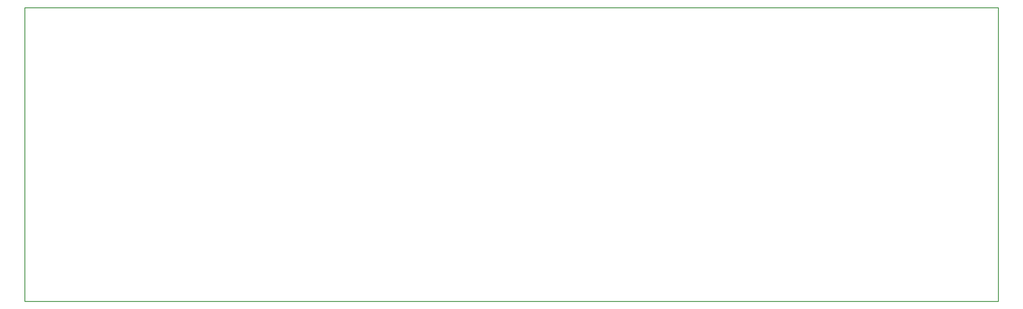
<source format=gko>
G04 Layer: BoardOutlineLayer*
G04 EasyEDA v6.5.1, 2022-08-03 07:20:24*
G04 1b37d3b93c644ee4b3c1aa7f483211d0,d603b60474844c32a05bd641800ef4e1,10*
G04 Gerber Generator version 0.2*
G04 Scale: 100 percent, Rotated: No, Reflected: No *
G04 Dimensions in millimeters *
G04 leading zeros omitted , absolute positions ,4 integer and 5 decimal *
%FSLAX45Y45*%
%MOMM*%

%ADD10C,0.2540*%
D10*
X649998Y10199979D02*
G01*
X29649940Y10199979D01*
X29649940Y1449997D01*
X649998Y1449997D01*
X649998Y10199979D01*

%LPD*%
M02*

</source>
